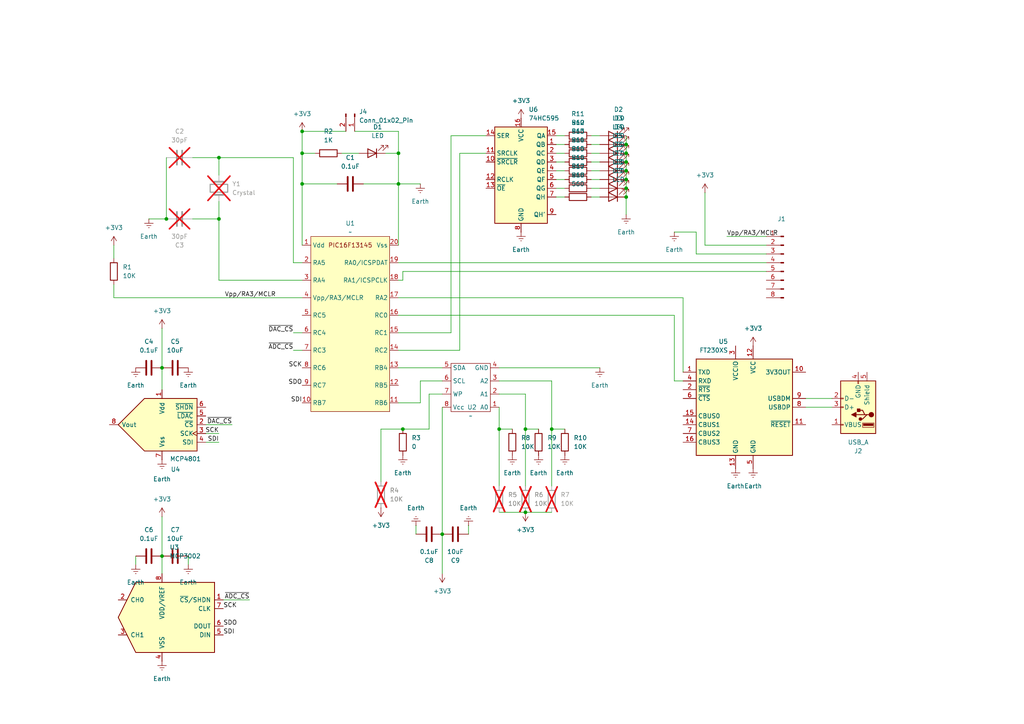
<source format=kicad_sch>
(kicad_sch (version 20231120) (generator "eeschema") (generator_version "8.0")
  (paper "A4")
  (lib_symbols
    (symbol "74xx:74HC595"
      (property "Reference" "U" (at -7.62 13.97 0))
      (property "Value" "74HC595" (at -7.62 -16.51 0))
      (symbol "74HC595_1_0"
        (pin tri_state line (at 10.16 7.62 180) (length 2.54) (name "QB") (number "1"))
        (pin input line (at -10.16 2.54 0) (length 2.54) (name "~{SRCLR}") (number "10"))
        (pin input line (at -10.16 5.08 0) (length 2.54) (name "SRCLK") (number "11"))
        (pin input line (at -10.16 -2.54 0) (length 2.54) (name "RCLK") (number "12"))
        (pin input line (at -10.16 -5.08 0) (length 2.54) (name "~{OE}") (number "13"))
        (pin input line (at -10.16 10.16 0) (length 2.54) (name "SER") (number "14"))
        (pin tri_state line (at 10.16 10.16 180) (length 2.54) (name "QA") (number "15"))
        (pin power_in line (at 0 15.24 270) (length 2.54) (name "VCC") (number "16"))
        (pin tri_state line (at 10.16 5.08 180) (length 2.54) (name "QC") (number "2"))
        (pin tri_state line (at 10.16 2.54 180) (length 2.54) (name "QD") (number "3"))
        (pin tri_state line (at 10.16 0 180) (length 2.54) (name "QE") (number "4"))
        (pin tri_state line (at 10.16 -2.54 180) (length 2.54) (name "QF") (number "5"))
        (pin tri_state line (at 10.16 -5.08 180) (length 2.54) (name "QG") (number "6"))
        (pin tri_state line (at 10.16 -7.62 180) (length 2.54) (name "QH") (number "7"))
        (pin power_in line (at 0 -17.78 90) (length 2.54) (name "GND") (number "8"))
        (pin output line (at 10.16 -12.7 180) (length 2.54) (name "QH'") (number "9"))
      )
      (symbol "74HC595_1_1"
        (rectangle (start -7.62 12.7) (end 7.62 -15.24) (stroke (width 0.254)) (fill (type background)))
      )
    )
    (symbol "Analog_ADC:MCP3002" (pin_names (offset 1.016))
      (property "Reference" "U" (at -6.35 11.43 0))
      (property "Value" "MCP3002" (at 11.43 11.43 0))
      (symbol "MCP3002_0_1"
        (polyline (pts (xy 15.24 10.16) (xy -7.62 10.16) (xy -12.7 0) (xy -7.62 -10.16) (xy 15.24 -10.16) (xy 15.24 10.16)) (stroke (width 0.254)) (fill (type background)))
      )
      (symbol "MCP3002_1_1"
        (pin input line (at 17.78 5.08 180) (length 2.54) (name "~{CS}/SHDN") (number "1"))
        (pin passive line (at -12.7 5.08 0) (length 2.54) (name "CH0") (number "2"))
        (pin passive line (at -12.7 -5.08 0) (length 2.54) (name "CH1") (number "3"))
        (pin power_in line (at 0 -12.7 90) (length 2.54) (name "VSS") (number "4"))
        (pin input line (at 17.78 -5.08 180) (length 2.54) (name "DIN") (number "5"))
        (pin output line (at 17.78 -2.54 180) (length 2.54) (name "DOUT") (number "6"))
        (pin input line (at 17.78 2.54 180) (length 2.54) (name "CLK") (number "7"))
        (pin power_in line (at 0 12.7 270) (length 2.54) (name "VDD/VREF") (number "8"))
      )
    )
    (symbol "Analog_DAC:MCP4801" (pin_names (offset 1.016))
      (property "Reference" "U" (at 1.27 10.795 0))
      (property "Value" "MCP4801" (at 1.27 8.89 0))
      (symbol "MCP4801_0_0"
        (polyline (pts (xy 12.7 0) (xy 5.08 7.62) (xy -10.16 7.62) (xy -10.16 -7.62) (xy 5.08 -7.62) (xy 12.7 0)) (stroke (width 0.254)) (fill (type background)))
      )
      (symbol "MCP4801_1_1"
        (pin power_in line (at 0 10.16 270) (length 2.54) (name "Vdd") (number "1"))
        (pin input line (at -12.7 0 0) (length 2.54) (name "~{CS}") (number "2"))
        (pin input clock (at -12.7 -2.54 0) (length 2.54) (name "SCK") (number "3"))
        (pin input line (at -12.7 -5.08 0) (length 2.54) (name "SDI") (number "4"))
        (pin input line (at -12.7 2.54 0) (length 2.54) (name "~{LDAC}") (number "5"))
        (pin input line (at -12.7 5.08 0) (length 2.54) (name "~{SHDN}") (number "6"))
        (pin power_in line (at 0 -10.16 90) (length 2.54) (name "Vss") (number "7"))
        (pin output line (at 15.24 0 180) (length 2.54) (name "Vout") (number "8"))
      )
    )
    (symbol "Connector:Conn_01x02_Pin" (pin_names (offset 1.016) hide)
      (property "Reference" "J" (at 0 2.54 0))
      (property "Value" "Conn_01x02_Pin" (at 0 -5.08 0))
      (symbol "Conn_01x02_Pin_1_1"
        (polyline (pts (xy 1.27 -2.54) (xy 0.8636 -2.54)) (stroke (width 0.1524)))
        (polyline (pts (xy 1.27 0) (xy 0.8636 0)) (stroke (width 0.1524)))
        (rectangle (start 0.8636 -2.413) (end 0 -2.667) (stroke (width 0.1524)) (fill (type outline)))
        (rectangle (start 0.8636 0.127) (end 0 -0.127) (stroke (width 0.1524)) (fill (type outline)))
        (pin passive line (at 5.08 0 180) (length 3.81) (name "Pin_1") (number "1"))
        (pin passive line (at 5.08 -2.54 180) (length 3.81) (name "Pin_2") (number "2"))
      )
    )
    (symbol "Connector:Conn_01x08_Pin" (pin_names (offset 1.016) hide)
      (property "Reference" "J" (at 0 10.16 0))
      (property "Value" "Conn_01x08_Pin" (at 0 -12.7 0))
      (symbol "Conn_01x08_Pin_1_1"
        (polyline (pts (xy 1.27 -10.16) (xy 0.8636 -10.16)) (stroke (width 0.1524)))
        (polyline (pts (xy 1.27 -7.62) (xy 0.8636 -7.62)) (stroke (width 0.1524)))
        (polyline (pts (xy 1.27 -5.08) (xy 0.8636 -5.08)) (stroke (width 0.1524)))
        (polyline (pts (xy 1.27 -2.54) (xy 0.8636 -2.54)) (stroke (width 0.1524)))
        (polyline (pts (xy 1.27 0) (xy 0.8636 0)) (stroke (width 0.1524)))
        (polyline (pts (xy 1.27 2.54) (xy 0.8636 2.54)) (stroke (width 0.1524)))
        (polyline (pts (xy 1.27 5.08) (xy 0.8636 5.08)) (stroke (width 0.1524)))
        (polyline (pts (xy 1.27 7.62) (xy 0.8636 7.62)) (stroke (width 0.1524)))
        (rectangle (start 0.8636 -10.033) (end 0 -10.287) (stroke (width 0.1524)) (fill (type outline)))
        (rectangle (start 0.8636 -7.493) (end 0 -7.747) (stroke (width 0.1524)) (fill (type outline)))
        (rectangle (start 0.8636 -4.953) (end 0 -5.207) (stroke (width 0.1524)) (fill (type outline)))
        (rectangle (start 0.8636 -2.413) (end 0 -2.667) (stroke (width 0.1524)) (fill (type outline)))
        (rectangle (start 0.8636 0.127) (end 0 -0.127) (stroke (width 0.1524)) (fill (type outline)))
        (rectangle (start 0.8636 2.667) (end 0 2.413) (stroke (width 0.1524)) (fill (type outline)))
        (rectangle (start 0.8636 5.207) (end 0 4.953) (stroke (width 0.1524)) (fill (type outline)))
        (rectangle (start 0.8636 7.747) (end 0 7.493) (stroke (width 0.1524)) (fill (type outline)))
        (pin passive line (at 5.08 7.62 180) (length 3.81) (name "Pin_1") (number "1"))
        (pin passive line (at 5.08 5.08 180) (length 3.81) (name "Pin_2") (number "2"))
        (pin passive line (at 5.08 2.54 180) (length 3.81) (name "Pin_3") (number "3"))
        (pin passive line (at 5.08 0 180) (length 3.81) (name "Pin_4") (number "4"))
        (pin passive line (at 5.08 -2.54 180) (length 3.81) (name "Pin_5") (number "5"))
        (pin passive line (at 5.08 -5.08 180) (length 3.81) (name "Pin_6") (number "6"))
        (pin passive line (at 5.08 -7.62 180) (length 3.81) (name "Pin_7") (number "7"))
        (pin passive line (at 5.08 -10.16 180) (length 3.81) (name "Pin_8") (number "8"))
      )
    )
    (symbol "Connector:USB_A" (pin_names (offset 1.016))
      (property "Reference" "J" (at -5.08 11.43 0))
      (property "Value" "USB_A" (at -5.08 8.89 0))
      (symbol "USB_A_0_1"
        (rectangle (start -5.08 -7.62) (end 5.08 7.62) (stroke (width 0.254)) (fill (type background)))
        (circle (center -3.81 2.159) (radius 0.635) (stroke (width 0.254)) (fill (type outline)))
        (rectangle (start -1.524 4.826) (end -4.318 5.334) (fill (type outline)))
        (rectangle (start -1.27 4.572) (end -4.572 5.842))
        (circle (center -0.635 3.429) (radius 0.381) (stroke (width 0.254)) (fill (type outline)))
        (rectangle (start -0.127 -7.62) (end 0.127 -6.858))
        (polyline (pts (xy -3.175 2.159) (xy -2.54 2.159) (xy -1.27 3.429) (xy -0.635 3.429)) (stroke (width 0.254)))
        (polyline (pts (xy -2.54 2.159) (xy -1.905 2.159) (xy -1.27 0.889) (xy 0 0.889)) (stroke (width 0.254)))
        (polyline (pts (xy 0.635 2.794) (xy 0.635 1.524) (xy 1.905 2.159) (xy 0.635 2.794)) (stroke (width 0.254)) (fill (type outline)))
        (rectangle (start 0.254 1.27) (end -0.508 0.508) (stroke (width 0.254)) (fill (type outline)))
        (rectangle (start 5.08 -2.667) (end 4.318 -2.413))
        (rectangle (start 5.08 -0.127) (end 4.318 0.127))
        (rectangle (start 5.08 4.953) (end 4.318 5.207))
      )
      (symbol "USB_A_1_1"
        (polyline (pts (xy -1.905 2.159) (xy 0.635 2.159)) (stroke (width 0.254)))
        (pin power_in line (at 7.62 5.08 180) (length 2.54) (name "VBUS") (number "1"))
        (pin bidirectional line (at 7.62 -2.54 180) (length 2.54) (name "D-") (number "2"))
        (pin bidirectional line (at 7.62 0 180) (length 2.54) (name "D+") (number "3"))
        (pin power_in line (at 0 -10.16 90) (length 2.54) (name "GND") (number "4"))
        (pin passive line (at -2.54 -10.16 90) (length 2.54) (name "Shield") (number "5"))
      )
    )
    (symbol "Device:C" (pin_numbers hide) (pin_names (offset 0.254))
      (property "Reference" "C" (at 0.635 2.54 0))
      (property "Value" "C" (at 0.635 -2.54 0))
      (symbol "C_0_1"
        (polyline (pts (xy -2.032 -0.762) (xy 2.032 -0.762)) (stroke (width 0.508)))
        (polyline (pts (xy -2.032 0.762) (xy 2.032 0.762)) (stroke (width 0.508)))
      )
      (symbol "C_1_1"
        (pin passive line (at 0 3.81 270) (length 2.794) (name "~") (number "1"))
        (pin passive line (at 0 -3.81 90) (length 2.794) (name "~") (number "2"))
      )
    )
    (symbol "Device:Crystal" (pin_numbers hide) (pin_names (offset 1.016) hide)
      (property "Reference" "Y" (at 0 3.81 0))
      (property "Value" "Crystal" (at 0 -3.81 0))
      (symbol "Crystal_0_1"
        (rectangle (start -1.143 2.54) (end 1.143 -2.54) (stroke (width 0.3048)))
        (polyline (pts (xy -2.54 0) (xy -1.905 0)))
        (polyline (pts (xy -1.905 -1.27) (xy -1.905 1.27)) (stroke (width 0.508)))
        (polyline (pts (xy 1.905 -1.27) (xy 1.905 1.27)) (stroke (width 0.508)))
        (polyline (pts (xy 2.54 0) (xy 1.905 0)))
      )
      (symbol "Crystal_1_1"
        (pin passive line (at -3.81 0 0) (length 1.27) (name "1") (number "1"))
        (pin passive line (at 3.81 0 180) (length 1.27) (name "2") (number "2"))
      )
    )
    (symbol "Device:LED" (pin_numbers hide) (pin_names (offset 1.016) hide)
      (property "Reference" "D" (at 0 2.54 0))
      (property "Value" "LED" (at 0 -2.54 0))
      (symbol "LED_0_1"
        (polyline (pts (xy -1.27 -1.27) (xy -1.27 1.27)) (stroke (width 0.254)))
        (polyline (pts (xy -1.27 0) (xy 1.27 0)))
        (polyline (pts (xy 1.27 -1.27) (xy 1.27 1.27) (xy -1.27 0) (xy 1.27 -1.27)) (stroke (width 0.254)))
        (polyline (pts (xy -3.048 -0.762) (xy -4.572 -2.286) (xy -3.81 -2.286) (xy -4.572 -2.286) (xy -4.572 -1.524)))
        (polyline (pts (xy -1.778 -0.762) (xy -3.302 -2.286) (xy -2.54 -2.286) (xy -3.302 -2.286) (xy -3.302 -1.524)))
      )
      (symbol "LED_1_1"
        (pin passive line (at -3.81 0 0) (length 2.54) (name "K") (number "1"))
        (pin passive line (at 3.81 0 180) (length 2.54) (name "A") (number "2"))
      )
    )
    (symbol "Device:R" (pin_numbers hide) (pin_names (offset 0))
      (property "Reference" "R" (at 2.032 0 90))
      (property "Value" "R" (at 0 0 90))
      (symbol "R_0_1"
        (rectangle (start -1.016 -2.54) (end 1.016 2.54) (stroke (width 0.254)))
      )
      (symbol "R_1_1"
        (pin passive line (at 0 3.81 270) (length 1.27) (name "~") (number "1"))
        (pin passive line (at 0 -3.81 90) (length 1.27) (name "~") (number "2"))
      )
    )
    (symbol "Interface_USB:FT230XS"
      (property "Reference" "U" (at -13.97 15.24 0))
      (property "Value" "FT230XS" (at 7.62 15.24 0))
      (symbol "FT230XS_0_1"
        (rectangle (start -13.97 13.97) (end 13.97 -13.97) (stroke (width 0.254)) (fill (type background)))
      )
      (symbol "FT230XS_1_1"
        (pin output line (at 17.78 10.16 180) (length 3.81) (name "TXD") (number "1"))
        (pin power_out line (at -17.78 10.16 0) (length 3.81) (name "3V3OUT") (number "10"))
        (pin input line (at -17.78 -5.08 0) (length 3.81) (name "~{RESET}") (number "11"))
        (pin power_in line (at -2.54 17.78 270) (length 3.81) (name "VCC") (number "12"))
        (pin power_in line (at 2.54 -17.78 90) (length 3.81) (name "GND") (number "13"))
        (pin bidirectional line (at 17.78 -5.08 180) (length 3.81) (name "CBUS1") (number "14"))
        (pin bidirectional line (at 17.78 -2.54 180) (length 3.81) (name "CBUS0") (number "15"))
        (pin bidirectional line (at 17.78 -10.16 180) (length 3.81) (name "CBUS3") (number "16"))
        (pin output line (at 17.78 5.08 180) (length 3.81) (name "~{RTS}") (number "2"))
        (pin power_in line (at 2.54 17.78 270) (length 3.81) (name "VCCIO") (number "3"))
        (pin input line (at 17.78 7.62 180) (length 3.81) (name "RXD") (number "4"))
        (pin power_in line (at -2.54 -17.78 90) (length 3.81) (name "GND") (number "5"))
        (pin input line (at 17.78 2.54 180) (length 3.81) (name "~{CTS}") (number "6"))
        (pin bidirectional line (at 17.78 -7.62 180) (length 3.81) (name "CBUS2") (number "7"))
        (pin bidirectional line (at -17.78 0 0) (length 3.81) (name "USBDP") (number "8"))
        (pin bidirectional line (at -17.78 2.54 0) (length 3.81) (name "USBDM") (number "9"))
      )
    )
    (symbol "myCustomParts:AT24C01D"
      (property "Reference" "U" (at -1.27 0 0))
      (symbol "AT24C01D_0_1"
        (rectangle (start -6.35 1.27) (end 5.08 -12.7))
      )
      (symbol "AT24C01D_1_1"
        (pin input line (at -8.89 0 0) (length 2.54) (name "A0") (number "1"))
        (pin input line (at -8.89 -3.81 0) (length 2.54) (name "A1") (number "2"))
        (pin input line (at -8.89 -7.62 0) (length 2.54) (name "A2") (number "3"))
        (pin input line (at -8.89 -11.43 0) (length 2.54) (name "GND") (number "4"))
        (pin input line (at 7.62 -11.43 180) (length 2.54) (name "SDA") (number "5"))
        (pin input line (at 7.62 -7.62 180) (length 2.54) (name "SCL") (number "6"))
        (pin input line (at 7.62 -3.81 180) (length 2.54) (name "WP") (number "7"))
        (pin input line (at 7.62 0 180) (length 2.54) (name "Vcc") (number "8"))
      )
    )
    (symbol "myCustomParts:PIC16F13145"
      (property "Reference" "U" (at 17.78 -43.18 0))
      (symbol "PIC16F13145_1_1"
        (rectangle (start 5.08 5.08) (end 27.94 -45.72) (fill (type background)))
        (text "PIC16F13145" (at 16.51 2.54 0) (effects (font (size 1.27 1.27))))
        (pin power_in line (at 2.54 2.54 0) (length 2.54) (name "Vdd") (number "1"))
        (pin unspecified line (at 2.54 -43.18 0) (length 2.54) (name "RB7") (number "10"))
        (pin unspecified line (at 30.48 -43.18 180) (length 2.54) (name "RB6") (number "11"))
        (pin unspecified line (at 30.48 -38.1 180) (length 2.54) (name "RB5") (number "12"))
        (pin unspecified line (at 30.48 -33.02 180) (length 2.54) (name "RB4") (number "13"))
        (pin unspecified line (at 30.48 -27.94 180) (length 2.54) (name "RC2") (number "14"))
        (pin unspecified line (at 30.48 -22.86 180) (length 2.54) (name "RC1") (number "15"))
        (pin unspecified line (at 30.48 -17.78 180) (length 2.54) (name "RC0") (number "16"))
        (pin unspecified line (at 30.48 -12.7 180) (length 2.54) (name "RA2") (number "17"))
        (pin unspecified line (at 30.48 -7.62 180) (length 2.54) (name "RA1/ICSPCLK") (number "18"))
        (pin unspecified line (at 30.48 -2.54 180) (length 2.54) (name "RA0/ICSPDAT") (number "19"))
        (pin unspecified line (at 2.54 -2.54 0) (length 2.54) (name "RA5") (number "2"))
        (pin unspecified line (at 30.48 2.54 180) (length 2.54) (name "Vss") (number "20"))
        (pin unspecified line (at 2.54 -7.62 0) (length 2.54) (name "RA4") (number "3"))
        (pin unspecified line (at 2.54 -12.7 0) (length 2.54) (name "Vpp/RA3/MCLR") (number "4"))
        (pin unspecified line (at 2.54 -17.78 0) (length 2.54) (name "RC5") (number "5"))
        (pin unspecified line (at 2.54 -22.86 0) (length 2.54) (name "RC4") (number "6"))
        (pin unspecified line (at 2.54 -27.94 0) (length 2.54) (name "RC3") (number "7"))
        (pin unspecified line (at 2.54 -33.02 0) (length 2.54) (name "RC6") (number "8"))
        (pin unspecified line (at 2.54 -38.1 0) (length 2.54) (name "RC7") (number "9"))
      )
    )
    (symbol "power:+3V3" (power) (pin_numbers hide) (pin_names (offset 0) hide)
      (property "Value" "+3V3" (at 0 3.556 0))
      (symbol "+3V3_0_1"
        (polyline (pts (xy -0.762 1.27) (xy 0 2.54)))
        (polyline (pts (xy 0 0) (xy 0 2.54)))
        (polyline (pts (xy 0 2.54) (xy 0.762 1.27)))
      )
      (symbol "+3V3_1_1"
        (pin power_in line (at 0 0 90) (length 0) (name "~") (number "1"))
      )
    )
    (symbol "power:Earth" (power) (pin_numbers hide) (pin_names (offset 0) hide)
      (property "Value" "Earth" (at 0 -3.81 0))
      (symbol "Earth_0_1"
        (polyline (pts (xy -0.635 -1.905) (xy 0.635 -1.905)))
        (polyline (pts (xy -0.127 -2.54) (xy 0.127 -2.54)))
        (polyline (pts (xy 0 -1.27) (xy 0 0)))
        (polyline (pts (xy 1.27 -1.27) (xy -1.27 -1.27)))
      )
      (symbol "Earth_1_1"
        (pin power_in line (at 0 0 270) (length 0) (name "~") (number "1"))
      )
    )
  )
  (junction (at 87.63 44.45))
  (junction (at 181.61 44.45))
  (junction (at 46.99 106.68))
  (junction (at 181.61 57.15))
  (junction (at 181.61 46.99))
  (junction (at 160.02 124.46))
  (junction (at 128.27 154.94))
  (junction (at 144.78 124.46))
  (junction (at 181.61 52.07))
  (junction (at 181.61 49.53))
  (junction (at 87.63 53.34))
  (junction (at 46.99 161.29))
  (junction (at 115.57 53.34))
  (junction (at 181.61 54.61))
  (junction (at 152.4 124.46))
  (junction (at 115.57 44.45))
  (junction (at 181.61 41.91))
  (junction (at 63.5 45.72))
  (junction (at 87.63 38.1))
  (junction (at 116.84 124.46))
  (junction (at 48.26 63.5))
  (junction (at 152.4 148.59))
  (junction (at 63.5 63.5))
  (wire (pts (xy 91.44 44.45) (xy 87.63 44.45)))
  (wire (pts (xy 48.26 45.72) (xy 48.26 63.5)))
  (wire (pts (xy 160.02 124.46) (xy 163.83 124.46)))
  (wire (pts (xy 181.61 44.45) (xy 181.61 46.99)))
  (wire (pts (xy 39.37 161.29) (xy 39.37 163.83)))
  (wire (pts (xy 63.5 128.27) (xy 59.69 128.27)))
  (wire (pts (xy 105.41 53.34) (xy 115.57 53.34)))
  (wire (pts (xy 115.57 116.84) (xy 121.92 116.84)))
  (wire (pts (xy 171.45 52.07) (xy 173.99 52.07)))
  (wire (pts (xy 124.46 124.46) (xy 124.46 114.3)))
  (wire (pts (xy 144.78 124.46) (xy 148.59 124.46)))
  (wire (pts (xy 163.83 49.53) (xy 161.29 49.53)))
  (wire (pts (xy 195.58 110.49) (xy 195.58 91.44)))
  (wire (pts (xy 97.79 53.34) (xy 87.63 53.34)))
  (wire (pts (xy 198.12 86.36) (xy 115.57 86.36)))
  (wire (pts (xy 163.83 39.37) (xy 161.29 39.37)))
  (wire (pts (xy 33.02 71.12) (xy 33.02 74.93)))
  (wire (pts (xy 241.3 115.57) (xy 233.68 115.57)))
  (wire (pts (xy 144.78 124.46) (xy 144.78 140.97)))
  (wire (pts (xy 85.09 45.72) (xy 63.5 45.72)))
  (wire (pts (xy 181.61 41.91) (xy 181.61 44.45)))
  (wire (pts (xy 241.3 118.11) (xy 233.68 118.11)))
  (wire (pts (xy 210.82 68.58) (xy 222.25 68.58)))
  (wire (pts (xy 121.92 116.84) (xy 121.92 110.49)))
  (wire (pts (xy 204.47 71.12) (xy 222.25 71.12)))
  (wire (pts (xy 135.89 152.4) (xy 135.89 154.94)))
  (wire (pts (xy 33.02 82.55) (xy 33.02 86.36)))
  (wire (pts (xy 195.58 91.44) (xy 115.57 91.44)))
  (wire (pts (xy 152.4 124.46) (xy 156.21 124.46)))
  (wire (pts (xy 85.09 76.2) (xy 85.09 45.72)))
  (wire (pts (xy 116.84 78.74) (xy 116.84 81.28)))
  (wire (pts (xy 171.45 57.15) (xy 173.99 57.15)))
  (wire (pts (xy 152.4 124.46) (xy 152.4 140.97)))
  (wire (pts (xy 130.81 39.37) (xy 130.81 96.52)))
  (wire (pts (xy 115.57 101.6) (xy 133.35 101.6)))
  (wire (pts (xy 85.09 96.52) (xy 87.63 96.52)))
  (wire (pts (xy 163.83 52.07) (xy 161.29 52.07)))
  (wire (pts (xy 110.49 124.46) (xy 110.49 139.7)))
  (wire (pts (xy 63.5 81.28) (xy 63.5 63.5)))
  (wire (pts (xy 116.84 124.46) (xy 110.49 124.46)))
  (wire (pts (xy 181.61 54.61) (xy 181.61 57.15)))
  (wire (pts (xy 163.83 54.61) (xy 161.29 54.61)))
  (wire (pts (xy 198.12 107.95) (xy 198.12 86.36)))
  (wire (pts (xy 85.09 101.6) (xy 87.63 101.6)))
  (wire (pts (xy 201.93 67.31) (xy 195.58 67.31)))
  (wire (pts (xy 115.57 53.34) (xy 121.92 53.34)))
  (wire (pts (xy 63.5 45.72) (xy 63.5 50.8)))
  (wire (pts (xy 152.4 114.3) (xy 152.4 124.46)))
  (wire (pts (xy 163.83 41.91) (xy 161.29 41.91)))
  (wire (pts (xy 55.88 45.72) (xy 63.5 45.72)))
  (wire (pts (xy 160.02 110.49) (xy 160.02 124.46)))
  (wire (pts (xy 181.61 57.15) (xy 181.61 62.23)))
  (wire (pts (xy 171.45 46.99) (xy 173.99 46.99)))
  (wire (pts (xy 201.93 73.66) (xy 201.93 67.31)))
  (wire (pts (xy 111.76 44.45) (xy 115.57 44.45)))
  (wire (pts (xy 144.78 106.68) (xy 173.99 106.68)))
  (wire (pts (xy 63.5 58.42) (xy 63.5 63.5)))
  (wire (pts (xy 124.46 114.3) (xy 128.27 114.3)))
  (wire (pts (xy 115.57 38.1) (xy 115.57 44.45)))
  (wire (pts (xy 87.63 38.1) (xy 87.63 44.45)))
  (wire (pts (xy 163.83 57.15) (xy 161.29 57.15)))
  (wire (pts (xy 87.63 53.34) (xy 87.63 71.12)))
  (wire (pts (xy 144.78 110.49) (xy 160.02 110.49)))
  (wire (pts (xy 43.18 63.5) (xy 48.26 63.5)))
  (wire (pts (xy 128.27 166.37) (xy 128.27 154.94)))
  (wire (pts (xy 204.47 55.88) (xy 204.47 71.12)))
  (wire (pts (xy 63.5 125.73) (xy 59.69 125.73)))
  (wire (pts (xy 116.84 124.46) (xy 124.46 124.46)))
  (wire (pts (xy 144.78 118.11) (xy 144.78 124.46)))
  (wire (pts (xy 46.99 95.25) (xy 46.99 106.68)))
  (wire (pts (xy 102.87 38.1) (xy 115.57 38.1)))
  (wire (pts (xy 171.45 49.53) (xy 173.99 49.53)))
  (wire (pts (xy 87.63 81.28) (xy 63.5 81.28)))
  (wire (pts (xy 33.02 86.36) (xy 87.63 86.36)))
  (wire (pts (xy 46.99 149.86) (xy 46.99 161.29)))
  (wire (pts (xy 116.84 81.28) (xy 115.57 81.28)))
  (wire (pts (xy 133.35 44.45) (xy 140.97 44.45)))
  (wire (pts (xy 120.65 152.4) (xy 120.65 154.94)))
  (wire (pts (xy 171.45 54.61) (xy 173.99 54.61)))
  (wire (pts (xy 198.12 110.49) (xy 195.58 110.49)))
  (wire (pts (xy 67.31 123.19) (xy 59.69 123.19)))
  (wire (pts (xy 181.61 49.53) (xy 181.61 52.07)))
  (wire (pts (xy 116.84 78.74) (xy 222.25 78.74)))
  (wire (pts (xy 201.93 73.66) (xy 222.25 73.66)))
  (wire (pts (xy 181.61 46.99) (xy 181.61 49.53)))
  (wire (pts (xy 121.92 110.49) (xy 128.27 110.49)))
  (wire (pts (xy 99.06 44.45) (xy 104.14 44.45)))
  (wire (pts (xy 181.61 39.37) (xy 181.61 41.91)))
  (wire (pts (xy 163.83 44.45) (xy 161.29 44.45)))
  (wire (pts (xy 140.97 39.37) (xy 130.81 39.37)))
  (wire (pts (xy 46.99 161.29) (xy 46.99 166.37)))
  (wire (pts (xy 87.63 76.2) (xy 85.09 76.2)))
  (wire (pts (xy 115.57 53.34) (xy 115.57 71.12)))
  (wire (pts (xy 144.78 148.59) (xy 152.4 148.59)))
  (wire (pts (xy 100.33 38.1) (xy 87.63 38.1)))
  (wire (pts (xy 160.02 124.46) (xy 160.02 140.97)))
  (wire (pts (xy 133.35 101.6) (xy 133.35 44.45)))
  (wire (pts (xy 72.39 173.99) (xy 64.77 173.99)))
  (wire (pts (xy 144.78 114.3) (xy 152.4 114.3)))
  (wire (pts (xy 171.45 44.45) (xy 173.99 44.45)))
  (wire (pts (xy 46.99 106.68) (xy 46.99 113.03)))
  (wire (pts (xy 115.57 76.2) (xy 222.25 76.2)))
  (wire (pts (xy 87.63 44.45) (xy 87.63 53.34)))
  (wire (pts (xy 171.45 41.91) (xy 173.99 41.91)))
  (wire (pts (xy 181.61 52.07) (xy 181.61 54.61)))
  (wire (pts (xy 128.27 118.11) (xy 128.27 154.94)))
  (wire (pts (xy 171.45 39.37) (xy 173.99 39.37)))
  (wire (pts (xy 152.4 148.59) (xy 160.02 148.59)))
  (wire (pts (xy 54.61 161.29) (xy 54.61 163.83)))
  (wire (pts (xy 130.81 96.52) (xy 115.57 96.52)))
  (wire (pts (xy 115.57 106.68) (xy 128.27 106.68)))
  (wire (pts (xy 115.57 44.45) (xy 115.57 53.34)))
  (wire (pts (xy 163.83 46.99) (xy 161.29 46.99)))
  (wire (pts (xy 63.5 63.5) (xy 55.88 63.5)))
  (label "~{DAC_CS}" (at 67.31 123.19 180))
  (label "SCK" (at 87.63 106.68 180))
  (label "SCK" (at 63.5 125.73 180))
  (label "SDO" (at 64.77 181.61 0))
  (label "Vpp/RA3/MCLR" (at 80.01 86.36 180))
  (label "SCK" (at 64.77 176.53 0))
  (label "~{ADC_CS}" (at 85.09 101.6 180))
  (label "SDI" (at 63.5 128.27 180))
  (label "SDO" (at 87.63 111.76 180))
  (label "SDI" (at 64.77 184.15 0))
  (label "Vpp{slash}RA3{slash}MCLR" (at 210.82 68.58 0))
  (label "SDI" (at 87.63 116.84 180))
  (label "~{DAC_CS}" (at 85.09 96.52 180))
  (label "~{ADC_CS}" (at 72.39 173.99 180))
  (symbol (lib_id "Device:LED") (at 177.8 46.99 180) (unit 1)
    (property "Reference" "D5" (at 179.3875 39.37 0))
    (property "Value" "LED" (at 179.3875 41.91 0))
    (property "Footprint" "LED_SMD:LED_0805_2012Metric" (effects (hide yes)))
    (property "Description" "Light emitting diode" (effects (hide yes)))
  )
  (symbol (lib_id "Device:LED") (at 107.95 44.45 180) (unit 1)
    (property "Reference" "D1" (at 109.5375 36.83 0))
    (property "Value" "LED" (at 109.5375 39.37 0))
    (property "Footprint" "LED_SMD:LED_0805_2012Metric" (effects (hide yes)))
    (property "Description" "Light emitting diode" (effects (hide yes)))
  )
  (symbol (lib_id "power:Earth") (at 173.99 106.68 0) (unit 1)
    (property "Reference" "#PWR05" (effects (hide yes)))
    (property "Value" "Earth" (at 173.99 111.76 0))
    (property "Description" "Power symbol creates a global label with name \"Earth\"" (effects (hide yes)))
  )
  (symbol (lib_id "Device:C") (at 124.46 154.94 270) (mirror x) (unit 1)
    (property "Reference" "C8" (at 124.46 162.56 90))
    (property "Value" "0.1uF" (at 124.46 160.02 90))
    (property "Footprint" "Capacitor_SMD:C_0805_2012Metric" (effects (hide yes)))
    (property "Description" "Unpolarized capacitor" (effects (hide yes)))
  )
  (symbol (lib_id "Device:C") (at 43.18 161.29 270) (unit 1)
    (property "Reference" "C6" (at 43.18 153.67 90))
    (property "Value" "0.1uF" (at 43.18 156.21 90))
    (property "Footprint" "Capacitor_SMD:C_0805_2012Metric" (effects (hide yes)))
    (property "Description" "Unpolarized capacitor" (effects (hide yes)))
  )
  (symbol (lib_id "power:Earth") (at 218.44 135.89 0) (mirror y) (unit 1)
    (property "Reference" "#PWR019" (effects (hide yes)))
    (property "Value" "Earth" (at 218.44 140.97 0))
    (property "Description" "Power symbol creates a global label with name \"Earth\"" (effects (hide yes)))
  )
  (symbol (lib_id "power:Earth") (at 195.58 67.31 0) (unit 1)
    (property "Reference" "#PWR01" (effects (hide yes)))
    (property "Value" "Earth" (at 195.58 72.39 0))
    (property "Description" "Power symbol creates a global label with name \"Earth\"" (effects (hide yes)))
  )
  (symbol (lib_id "Device:C") (at 101.6 53.34 270) (unit 1)
    (property "Reference" "C1" (at 101.6 45.72 90))
    (property "Value" "0.1uF" (at 101.6 48.26 90))
    (property "Footprint" "Capacitor_SMD:C_0805_2012Metric" (effects (hide yes)))
    (property "Description" "Unpolarized capacitor" (effects (hide yes)))
  )
  (symbol (lib_id "Device:C") (at 52.07 63.5 90) (mirror x) (unit 1) (dnp yes)
    (property "Reference" "C3" (at 52.07 71.12 90))
    (property "Value" "30pF" (at 52.07 68.58 90))
    (property "Footprint" "Capacitor_SMD:C_0805_2012Metric" (effects (hide yes)))
    (property "Description" "Unpolarized capacitor" (effects (hide yes)))
  )
  (symbol (lib_id "Device:R") (at 152.4 144.78 180) (unit 1) (dnp yes)
    (property "Reference" "R6" (at 154.94 143.5099 0) (effects (justify right)))
    (property "Value" "10K" (at 154.94 146.0499 0) (effects (justify right)))
    (property "Footprint" "Resistor_SMD:R_0805_2012Metric" (effects (hide yes)))
    (property "Description" "Resistor" (effects (hide yes)))
  )
  (symbol (lib_id "Interface_USB:FT230XS") (at 215.9 118.11 0) (mirror y) (unit 1)
    (property "Reference" "U5" (at 211.1659 99.06 0) (effects (justify left)))
    (property "Value" "FT230XS" (at 211.1659 101.6 0) (effects (justify left)))
    (property "Footprint" "Package_SO:SSOP-16_3.9x4.9mm_P0.635mm" (effects (hide yes)))
    (property "Datasheet" "https://www.ftdichip.com/Support/Documents/DataSheets/ICs/DS_FT230X.pdf" (effects (hide yes)))
    (property "Description" "Full Speed USB to Basic UART, SSOP-16" (effects (hide yes)))
  )
  (symbol (lib_id "Device:R") (at 167.64 46.99 90) (unit 1)
    (property "Reference" "R14" (at 167.64 40.64 90))
    (property "Value" "560" (at 167.64 43.18 90))
    (property "Footprint" "Resistor_SMD:R_0805_2012Metric" (effects (hide yes)))
    (property "Description" "Resistor" (effects (hide yes)))
  )
  (symbol (lib_id "Device:R") (at 167.64 49.53 90) (unit 1)
    (property "Reference" "R15" (at 167.64 43.18 90))
    (property "Value" "560" (at 167.64 45.72 90))
    (property "Footprint" "Resistor_SMD:R_0805_2012Metric" (effects (hide yes)))
    (property "Description" "Resistor" (effects (hide yes)))
  )
  (symbol (lib_id "Device:R") (at 116.84 128.27 180) (unit 1)
    (property "Reference" "R3" (at 119.38 126.9999 0) (effects (justify right)))
    (property "Value" "0" (at 119.38 129.5399 0) (effects (justify right)))
    (property "Footprint" "Resistor_SMD:R_0805_2012Metric" (effects (hide yes)))
    (property "Description" "Resistor" (effects (hide yes)))
  )
  (symbol (lib_id "power:Earth") (at 39.37 106.68 0) (unit 1)
    (property "Reference" "#PWR024" (effects (hide yes)))
    (property "Value" "Earth" (at 39.37 111.76 0))
    (property "Description" "Power symbol creates a global label with name \"Earth\"" (effects (hide yes)))
  )
  (symbol (lib_id "power:+3V3") (at 218.44 100.33 0) (mirror y) (unit 1)
    (property "Reference" "#PWR021" (effects (hide yes)))
    (property "Value" "+3V3" (at 218.44 95.25 0))
    (property "Description" "Power symbol creates a global label with name \"+3V3\"" (effects (hide yes)))
  )
  (symbol (lib_id "power:Earth") (at 39.37 163.83 0) (unit 1)
    (property "Reference" "#PWR026" (effects (hide yes)))
    (property "Value" "Earth" (at 39.37 168.91 0))
    (property "Description" "Power symbol creates a global label with name \"Earth\"" (effects (hide yes)))
  )
  (symbol (lib_id "Device:LED") (at 177.8 39.37 180) (unit 1)
    (property "Reference" "D2" (at 179.3875 31.75 0))
    (property "Value" "LED" (at 179.3875 34.29 0))
    (property "Footprint" "LED_SMD:LED_0805_2012Metric" (effects (hide yes)))
    (property "Description" "Light emitting diode" (effects (hide yes)))
  )
  (symbol (lib_id "power:Earth") (at 46.99 191.77 0) (unit 1)
    (property "Reference" "#PWR015" (effects (hide yes)))
    (property "Value" "Earth" (at 46.99 196.85 0))
    (property "Description" "Power symbol creates a global label with name \"Earth\"" (effects (hide yes)))
  )
  (symbol (lib_id "Device:LED") (at 177.8 44.45 180) (unit 1)
    (property "Reference" "D4" (at 179.3875 36.83 0))
    (property "Value" "LED" (at 179.3875 39.37 0))
    (property "Footprint" "LED_SMD:LED_0805_2012Metric" (effects (hide yes)))
    (property "Description" "Light emitting diode" (effects (hide yes)))
  )
  (symbol (lib_id "Device:R") (at 163.83 128.27 180) (unit 1)
    (property "Reference" "R10" (at 166.37 126.9999 0) (effects (justify right)))
    (property "Value" "10K" (at 166.37 129.5399 0) (effects (justify right)))
    (property "Footprint" "Resistor_SMD:R_0805_2012Metric" (effects (hide yes)))
    (property "Description" "Resistor" (effects (hide yes)))
  )
  (symbol (lib_id "power:+3V3") (at 128.27 166.37 0) (mirror x) (unit 1)
    (property "Reference" "#PWR029" (effects (hide yes)))
    (property "Value" "+3V3" (at 128.27 171.45 0))
    (property "Description" "Power symbol creates a global label with name \"+3V3\"" (effects (hide yes)))
  )
  (symbol (lib_id "Device:LED") (at 177.8 52.07 180) (unit 1)
    (property "Reference" "D7" (at 179.3875 44.45 0))
    (property "Value" "LED" (at 179.3875 46.99 0))
    (property "Footprint" "LED_SMD:LED_0805_2012Metric" (effects (hide yes)))
    (property "Description" "Light emitting diode" (effects (hide yes)))
  )
  (symbol (lib_id "power:Earth") (at 151.13 67.31 0) (unit 1)
    (property "Reference" "#PWR022" (effects (hide yes)))
    (property "Value" "Earth" (at 151.13 72.39 0))
    (property "Description" "Power symbol creates a global label with name \"Earth\"" (effects (hide yes)))
  )
  (symbol (lib_id "Device:R") (at 167.64 52.07 90) (unit 1)
    (property "Reference" "R16" (at 167.64 45.72 90))
    (property "Value" "560" (at 167.64 48.26 90))
    (property "Footprint" "Resistor_SMD:R_0805_2012Metric" (effects (hide yes)))
    (property "Description" "Resistor" (effects (hide yes)))
  )
  (symbol (lib_id "Device:R") (at 95.25 44.45 90) (unit 1)
    (property "Reference" "R2" (at 95.25 38.1 90))
    (property "Value" "1K" (at 95.25 40.64 90))
    (property "Footprint" "Resistor_SMD:R_0805_2012Metric" (effects (hide yes)))
    (property "Description" "Resistor" (effects (hide yes)))
  )
  (symbol (lib_id "power:+3V3") (at 151.13 34.29 0) (unit 1)
    (property "Reference" "#PWR023" (effects (hide yes)))
    (property "Value" "+3V3" (at 151.13 29.21 0))
    (property "Description" "Power symbol creates a global label with name \"+3V3\"" (effects (hide yes)))
  )
  (symbol (lib_id "power:+3V3") (at 152.4 148.59 0) (mirror x) (unit 1)
    (property "Reference" "#PWR011" (effects (hide yes)))
    (property "Value" "+3V3" (at 152.4 153.67 0))
    (property "Description" "Power symbol creates a global label with name \"+3V3\"" (effects (hide yes)))
  )
  (symbol (lib_id "Device:R") (at 33.02 78.74 0) (unit 1)
    (property "Reference" "R1" (at 35.56 77.4699 0) (effects (justify left)))
    (property "Value" "10K" (at 35.56 80.0099 0) (effects (justify left)))
    (property "Footprint" "Resistor_SMD:R_0805_2012Metric" (effects (hide yes)))
    (property "Description" "Resistor" (effects (hide yes)))
  )
  (symbol (lib_id "Analog_DAC:MCP4801") (at 46.99 123.19 0) (mirror y) (unit 1)
    (property "Reference" "U4" (at 49.53 136.144 0) (effects (justify right)))
    (property "Value" "MCP4801" (at 49.276 133.096 0) (effects (justify right)))
    (property "Footprint" "Package_SO:SOIC-8_3.9x4.9mm_P1.27mm" (effects (hide yes)))
    (property "Datasheet" "http://ww1.microchip.com/downloads/en/DeviceDoc/22244B.pdf" (effects (hide yes)))
    (property "Description" "8-Bit D/A Converters with SPI Interface, internal Reference (2.048V)" (effects (hide yes)))
  )
  (symbol (lib_id "Device:LED") (at 177.8 54.61 180) (unit 1)
    (property "Reference" "D8" (at 179.3875 46.99 0))
    (property "Value" "LED" (at 179.3875 49.53 0))
    (property "Footprint" "LED_SMD:LED_0805_2012Metric" (effects (hide yes)))
    (property "Description" "Light emitting diode" (effects (hide yes)))
  )
  (symbol (lib_id "Device:C") (at 43.18 106.68 270) (unit 1)
    (property "Reference" "C4" (at 43.18 99.06 90))
    (property "Value" "0.1uF" (at 43.18 101.6 90))
    (property "Footprint" "Capacitor_SMD:C_0805_2012Metric" (effects (hide yes)))
    (property "Description" "Unpolarized capacitor" (effects (hide yes)))
  )
  (symbol (lib_id "Device:R") (at 148.59 128.27 180) (unit 1)
    (property "Reference" "R8" (at 151.13 126.9999 0) (effects (justify right)))
    (property "Value" "10K" (at 151.13 129.5399 0) (effects (justify right)))
    (property "Footprint" "Resistor_SMD:R_0805_2012Metric" (effects (hide yes)))
    (property "Description" "Resistor" (effects (hide yes)))
  )
  (symbol (lib_id "Device:Crystal") (at 63.5 54.61 90) (unit 1) (dnp yes)
    (property "Reference" "Y1" (at 67.31 53.3399 90) (effects (justify right)))
    (property "Value" "Crystal" (at 67.31 55.8799 90) (effects (justify right)))
    (property "Description" "Two pin crystal" (effects (hide yes)))
  )
  (symbol (lib_id "Device:C") (at 132.08 154.94 270) (mirror x) (unit 1)
    (property "Reference" "C9" (at 132.08 162.56 90))
    (property "Value" "10uF" (at 132.08 160.02 90))
    (property "Footprint" "Capacitor_SMD:C_0805_2012Metric" (effects (hide yes)))
    (property "Description" "Unpolarized capacitor" (effects (hide yes)))
  )
  (symbol (lib_id "Device:R") (at 160.02 144.78 180) (unit 1) (dnp yes)
    (property "Reference" "R7" (at 162.56 143.5099 0) (effects (justify right)))
    (property "Value" "10K" (at 162.56 146.0499 0) (effects (justify right)))
    (property "Footprint" "Resistor_SMD:R_0805_2012Metric" (effects (hide yes)))
    (property "Description" "Resistor" (effects (hide yes)))
  )
  (symbol (lib_id "Device:R") (at 167.64 44.45 90) (unit 1)
    (property "Reference" "R13" (at 167.64 38.1 90))
    (property "Value" "560" (at 167.64 40.64 90))
    (property "Footprint" "Resistor_SMD:R_0805_2012Metric" (effects (hide yes)))
    (property "Description" "Resistor" (effects (hide yes)))
  )
  (symbol (lib_id "power:Earth") (at 54.61 163.83 0) (unit 1)
    (property "Reference" "#PWR028" (effects (hide yes)))
    (property "Value" "Earth" (at 54.61 168.91 0))
    (property "Description" "Power symbol creates a global label with name \"Earth\"" (effects (hide yes)))
  )
  (symbol (lib_id "Device:R") (at 110.49 143.51 180) (unit 1) (dnp yes)
    (property "Reference" "R4" (at 113.03 142.2399 0) (effects (justify right)))
    (property "Value" "10K" (at 113.03 144.7799 0) (effects (justify right)))
    (property "Footprint" "Resistor_SMD:R_0805_2012Metric" (effects (hide yes)))
    (property "Description" "Resistor" (effects (hide yes)))
  )
  (symbol (lib_id "power:Earth") (at 120.65 152.4 0) (mirror x) (unit 1)
    (property "Reference" "#PWR016" (effects (hide yes)))
    (property "Value" "Earth" (at 120.65 147.32 0))
    (property "Description" "Power symbol creates a global label with name \"Earth\"" (effects (hide yes)))
  )
  (symbol (lib_id "Device:R") (at 144.78 144.78 180) (unit 1) (dnp yes)
    (property "Reference" "R5" (at 147.32 143.5099 0) (effects (justify right)))
    (property "Value" "10K" (at 147.32 146.0499 0) (effects (justify right)))
    (property "Footprint" "Resistor_SMD:R_0805_2012Metric" (effects (hide yes)))
    (property "Description" "Resistor" (effects (hide yes)))
  )
  (symbol (lib_id "power:Earth") (at 46.99 133.35 0) (unit 1)
    (property "Reference" "#PWR018" (effects (hide yes)))
    (property "Value" "Earth" (at 46.99 138.938 0))
    (property "Description" "Power symbol creates a global label with name \"Earth\"" (effects (hide yes)))
  )
  (symbol (lib_id "power:Earth") (at 213.36 135.89 0) (mirror y) (unit 1)
    (property "Reference" "#PWR020" (effects (hide yes)))
    (property "Value" "Earth" (at 213.36 140.97 0))
    (property "Description" "Power symbol creates a global label with name \"Earth\"" (effects (hide yes)))
  )
  (symbol (lib_id "power:+3V3") (at 46.99 149.86 0) (unit 1)
    (property "Reference" "#PWR027" (effects (hide yes)))
    (property "Value" "+3V3" (at 46.99 144.78 0))
    (property "Description" "Power symbol creates a global label with name \"+3V3\"" (effects (hide yes)))
  )
  (symbol (lib_id "Device:LED") (at 177.8 49.53 180) (unit 1)
    (property "Reference" "D6" (at 179.3875 41.91 0))
    (property "Value" "LED" (at 179.3875 44.45 0))
    (property "Footprint" "LED_SMD:LED_0805_2012Metric" (effects (hide yes)))
    (property "Description" "Light emitting diode" (effects (hide yes)))
  )
  (symbol (lib_id "Device:R") (at 167.64 54.61 90) (unit 1)
    (property "Reference" "R17" (at 167.64 48.26 90))
    (property "Value" "560" (at 167.64 50.8 90))
    (property "Footprint" "Resistor_SMD:R_0805_2012Metric" (effects (hide yes)))
    (property "Description" "Resistor" (effects (hide yes)))
  )
  (symbol (lib_id "Connector:Conn_01x08_Pin") (at 227.33 76.2 0) (mirror y) (unit 1)
    (property "Reference" "J1" (at 226.695 63.5 0))
    (property "Value" "Conn_01x08_Pin" (effects (hide yes)))
    (property "Footprint" "Connector_PinHeader_2.54mm:PinHeader_1x08_P2.54mm_Vertical" (effects (hide yes)))
    (property "Description" "Generic connector, single row, 01x08, script generated" (effects (hide yes)))
  )
  (symbol (lib_id "power:Earth") (at 135.89 152.4 0) (mirror x) (unit 1)
    (property "Reference" "#PWR030" (effects (hide yes)))
    (property "Value" "Earth" (at 135.89 147.32 0))
    (property "Description" "Power symbol creates a global label with name \"Earth\"" (effects (hide yes)))
  )
  (symbol (lib_id "power:+3V3") (at 110.49 147.32 0) (mirror x) (unit 1)
    (property "Reference" "#PWR08" (effects (hide yes)))
    (property "Value" "+3V3" (at 110.49 152.4 0))
    (property "Description" "Power symbol creates a global label with name \"+3V3\"" (effects (hide yes)))
  )
  (symbol (lib_id "Device:R") (at 167.64 39.37 90) (unit 1)
    (property "Reference" "R11" (at 167.64 33.02 90))
    (property "Value" "560" (at 167.64 35.56 90))
    (property "Footprint" "Resistor_SMD:R_0805_2012Metric" (effects (hide yes)))
    (property "Description" "Resistor" (effects (hide yes)))
  )
  (symbol (lib_id "Device:R") (at 156.21 128.27 180) (unit 1)
    (property "Reference" "R9" (at 158.75 126.9999 0) (effects (justify right)))
    (property "Value" "10K" (at 158.75 129.5399 0) (effects (justify right)))
    (property "Footprint" "Resistor_SMD:R_0805_2012Metric" (effects (hide yes)))
    (property "Description" "Resistor" (effects (hide yes)))
  )
  (symbol (lib_id "power:Earth") (at 156.21 132.08 0) (unit 1)
    (property "Reference" "#PWR013" (effects (hide yes)))
    (property "Value" "Earth" (at 156.21 137.16 0))
    (property "Description" "Power symbol creates a global label with name \"Earth\"" (effects (hide yes)))
  )
  (symbol (lib_id "74xx:74HC595") (at 151.13 49.53 0) (unit 1)
    (property "Reference" "U6" (at 153.3241 31.75 0) (effects (justify left)))
    (property "Value" "74HC595" (at 153.3241 34.29 0) (effects (justify left)))
    (property "Footprint" "Package_SO:SOIC-16_3.9x9.9mm_P1.27mm" (effects (hide yes)))
    (property "Datasheet" "http://www.ti.com/lit/ds/symlink/sn74hc595.pdf" (effects (hide yes)))
    (property "Description" "8-bit serial in/out Shift Register 3-State Outputs" (effects (hide yes)))
  )
  (symbol (lib_id "power:Earth") (at 116.84 132.08 0) (unit 1)
    (property "Reference" "#PWR07" (effects (hide yes)))
    (property "Value" "Earth" (at 116.84 137.16 0))
    (property "Description" "Power symbol creates a global label with name \"Earth\"" (effects (hide yes)))
  )
  (symbol (lib_id "power:Earth") (at 181.61 62.23 0) (unit 1)
    (property "Reference" "#PWR06" (effects (hide yes)))
    (property "Value" "Earth" (at 181.61 67.31 0))
    (property "Description" "Power symbol creates a global label with name \"Earth\"" (effects (hide yes)))
  )
  (symbol (lib_id "Connector:Conn_01x02_Pin") (at 102.87 33.02 270) (unit 1)
    (property "Reference" "J4" (at 104.14 32.3849 90) (effects (justify left)))
    (property "Value" "Conn_01x02_Pin" (at 104.14 34.9249 90) (effects (justify left)))
    (property "Footprint" "Connector_PinHeader_2.54mm:PinHeader_1x02_P2.54mm_Vertical" (effects (hide yes)))
    (property "Description" "Generic connector, single row, 01x02, script generated" (effects (hide yes)))
  )
  (symbol (lib_id "myCustomParts:AT24C01D") (at 135.89 118.11 180) (unit 1)
    (property "Reference" "U2" (at 136.906 118.11 0))
    (property "Value" "~" (at 136.525 120.65 0))
    (property "Footprint" "Package_SO:SOIC-8_3.9x4.9mm_P1.27mm" (effects (hide yes)))
  )
  (symbol (lib_id "power:Earth") (at 121.92 53.34 0) (unit 1)
    (property "Reference" "#PWR03" (effects (hide yes)))
    (property "Value" "Earth" (at 121.92 58.42 0))
    (property "Description" "Power symbol creates a global label with name \"Earth\"" (effects (hide yes)))
  )
  (symbol (lib_id "Device:R") (at 167.64 57.15 90) (unit 1)
    (property "Reference" "R18" (at 167.64 50.8 90))
    (property "Value" "560" (at 167.64 53.34 90))
    (property "Footprint" "Resistor_SMD:R_0805_2012Metric" (effects (hide yes)))
    (property "Description" "Resistor" (effects (hide yes)))
  )
  (symbol (lib_id "Device:C") (at 50.8 106.68 270) (unit 1)
    (property "Reference" "C5" (at 50.8 99.06 90))
    (property "Value" "10uF" (at 50.8 101.6 90))
    (property "Footprint" "Capacitor_SMD:C_0805_2012Metric" (effects (hide yes)))
    (property "Description" "Unpolarized capacitor" (effects (hide yes)))
  )
  (symbol (lib_id "power:Earth") (at 43.18 63.5 0) (unit 1)
    (property "Reference" "#PWR09" (effects (hide yes)))
    (property "Value" "Earth" (at 43.18 68.58 0))
    (property "Description" "Power symbol creates a global label with name \"Earth\"" (effects (hide yes)))
  )
  (symbol (lib_id "Connector:USB_A") (at 248.92 118.11 180) (unit 1)
    (property "Reference" "J2" (at 248.92 130.81 0))
    (property "Value" "USB_A" (at 248.92 128.27 0))
    (property "Footprint" "Connector_USB:USB_A_Receptacle_GCT_USB1046" (effects (hide yes)))
    (property "Datasheet" " ~" (effects (hide yes)))
    (property "Description" "USB Type A connector" (effects (hide yes)))
  )
  (symbol (lib_id "Device:LED") (at 177.8 41.91 180) (unit 1)
    (property "Reference" "D3" (at 179.3875 34.29 0))
    (property "Value" "LED" (at 179.3875 36.83 0))
    (property "Footprint" "LED_SMD:LED_0805_2012Metric" (effects (hide yes)))
    (property "Description" "Light emitting diode" (effects (hide yes)))
  )
  (symbol (lib_id "myCustomParts:PIC16F13145") (at 85.09 73.66 0) (unit 1)
    (property "Reference" "U1" (at 101.6 64.77 0))
    (property "Value" "~" (at 101.6 67.31 0))
    (property "Footprint" "Package_SO:SOIC-20W_7.5x12.8mm_P1.27mm" (effects (hide yes)))
  )
  (symbol (lib_id "Analog_ADC:MCP3002") (at 46.99 179.07 0) (unit 1)
    (property "Reference" "U3" (at 49.1841 158.75 0) (effects (justify left)))
    (property "Value" "MCP3002" (at 49.1841 161.29 0) (effects (justify left)))
    (property "Footprint" "Package_SO:SOIC-8_3.9x4.9mm_P1.27mm" (effects (hide yes)))
    (property "Datasheet" "http://ww1.microchip.com/downloads/en/DeviceDoc/21294E.pdf" (effects (hide yes)))
    (property "Description" "Dual Channel 10-Bit A/D Converter with SPI Serial Interface" (effects (hide yes)))
  )
  (symbol (lib_id "Device:C") (at 50.8 161.29 270) (unit 1)
    (property "Reference" "C7" (at 50.8 153.67 90))
    (property "Value" "10uF" (at 50.8 156.21 90))
    (property "Footprint" "Capacitor_SMD:C_0805_2012Metric" (effects (hide yes)))
    (property "Description" "Unpolarized capacitor" (effects (hide yes)))
  )
  (symbol (lib_id "power:+3V3") (at 46.99 95.25 0) (unit 1)
    (property "Reference" "#PWR017" (effects (hide yes)))
    (property "Value" "+3V3" (at 46.99 90.17 0))
    (property "Description" "Power symbol creates a global label with name \"+3V3\"" (effects (hide yes)))
  )
  (symbol (lib_id "Device:LED") (at 177.8 57.15 180) (unit 1)
    (property "Reference" "D9" (at 179.3875 49.53 0))
    (property "Value" "LED" (at 179.3875 52.07 0))
    (property "Footprint" "LED_SMD:LED_0805_2012Metric" (effects (hide yes)))
    (property "Description" "Light emitting diode" (effects (hide yes)))
  )
  (symbol (lib_id "power:+3V3") (at 204.47 55.88 0) (unit 1)
    (property "Reference" "#PWR02" (effects (hide yes)))
    (property "Value" "+3V3" (at 204.47 50.8 0))
    (property "Description" "Power symbol creates a global label with name \"+3V3\"" (effects (hide yes)))
  )
  (symbol (lib_id "Device:C") (at 52.07 45.72 90) (unit 1) (dnp yes)
    (property "Reference" "C2" (at 52.07 38.1 90))
    (property "Value" "30pF" (at 52.07 40.64 90))
    (property "Footprint" "Capacitor_SMD:C_0805_2012Metric" (effects (hide yes)))
    (property "Description" "Unpolarized capacitor" (effects (hide yes)))
  )
  (symbol (lib_id "power:Earth") (at 148.59 132.08 0) (unit 1)
    (property "Reference" "#PWR012" (effects (hide yes)))
    (property "Value" "Earth" (at 148.59 137.16 0))
    (property "Description" "Power symbol creates a global label with name \"Earth\"" (effects (hide yes)))
  )
  (symbol (lib_id "power:+3V3") (at 87.63 38.1 0) (unit 1)
    (property "Reference" "#PWR04" (effects (hide yes)))
    (property "Value" "+3V3" (at 87.63 33.02 0))
    (property "Description" "Power symbol creates a global label with name \"+3V3\"" (effects (hide yes)))
  )
  (symbol (lib_id "power:+3V3") (at 33.02 71.12 0) (unit 1)
    (property "Reference" "#PWR010" (effects (hide yes)))
    (property "Value" "+3V3" (at 33.02 66.04 0))
    (property "Description" "Power symbol creates a global label with name \"+3V3\"" (effects (hide yes)))
  )
  (symbol (lib_id "Device:R") (at 167.64 41.91 90) (unit 1)
    (property "Reference" "R12" (at 167.64 35.56 90))
    (property "Value" "560" (at 167.64 38.1 90))
    (property "Footprint" "Resistor_SMD:R_0805_2012Metric" (effects (hide yes)))
    (property "Description" "Resistor" (effects (hide yes)))
  )
  (symbol (lib_id "power:Earth") (at 163.83 132.08 0) (unit 1)
    (property "Reference" "#PWR014" (effects (hide yes)))
    (property "Value" "Earth" (at 163.83 137.16 0))
    (property "Description" "Power symbol creates a global label with name \"Earth\"" (effects (hide yes)))
  )
  (symbol (lib_id "power:Earth") (at 54.61 106.68 0) (unit 1)
    (property "Reference" "#PWR025" (effects (hide yes)))
    (property "Value" "Earth" (at 54.61 111.76 0))
    (property "Description" "Power symbol creates a global label with name \"Earth\"" (effects (hide yes)))
  )
)
</source>
